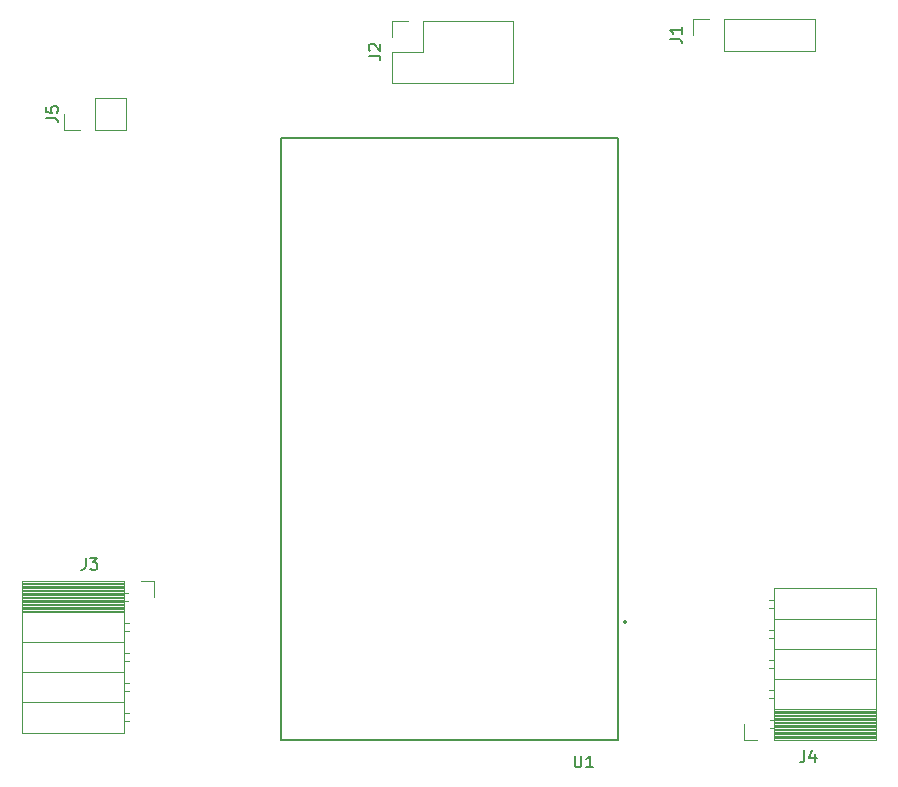
<source format=gbr>
%TF.GenerationSoftware,KiCad,Pcbnew,8.0.5*%
%TF.CreationDate,2024-09-12T11:41:08-05:00*%
%TF.ProjectId,control,636f6e74-726f-46c2-9e6b-696361645f70,rev?*%
%TF.SameCoordinates,Original*%
%TF.FileFunction,Legend,Top*%
%TF.FilePolarity,Positive*%
%FSLAX46Y46*%
G04 Gerber Fmt 4.6, Leading zero omitted, Abs format (unit mm)*
G04 Created by KiCad (PCBNEW 8.0.5) date 2024-09-12 11:41:08*
%MOMM*%
%LPD*%
G01*
G04 APERTURE LIST*
%ADD10C,0.150000*%
%ADD11C,0.120000*%
%ADD12C,0.127000*%
%ADD13C,0.200000*%
G04 APERTURE END LIST*
D10*
X88186666Y-101084819D02*
X88186666Y-101799104D01*
X88186666Y-101799104D02*
X88139047Y-101941961D01*
X88139047Y-101941961D02*
X88043809Y-102037200D01*
X88043809Y-102037200D02*
X87900952Y-102084819D01*
X87900952Y-102084819D02*
X87805714Y-102084819D01*
X88567619Y-101084819D02*
X89186666Y-101084819D01*
X89186666Y-101084819D02*
X88853333Y-101465771D01*
X88853333Y-101465771D02*
X88996190Y-101465771D01*
X88996190Y-101465771D02*
X89091428Y-101513390D01*
X89091428Y-101513390D02*
X89139047Y-101561009D01*
X89139047Y-101561009D02*
X89186666Y-101656247D01*
X89186666Y-101656247D02*
X89186666Y-101894342D01*
X89186666Y-101894342D02*
X89139047Y-101989580D01*
X89139047Y-101989580D02*
X89091428Y-102037200D01*
X89091428Y-102037200D02*
X88996190Y-102084819D01*
X88996190Y-102084819D02*
X88710476Y-102084819D01*
X88710476Y-102084819D02*
X88615238Y-102037200D01*
X88615238Y-102037200D02*
X88567619Y-101989580D01*
X149046666Y-117384819D02*
X149046666Y-118099104D01*
X149046666Y-118099104D02*
X148999047Y-118241961D01*
X148999047Y-118241961D02*
X148903809Y-118337200D01*
X148903809Y-118337200D02*
X148760952Y-118384819D01*
X148760952Y-118384819D02*
X148665714Y-118384819D01*
X149951428Y-117718152D02*
X149951428Y-118384819D01*
X149713333Y-117337200D02*
X149475238Y-118051485D01*
X149475238Y-118051485D02*
X150094285Y-118051485D01*
X129593095Y-117814819D02*
X129593095Y-118624342D01*
X129593095Y-118624342D02*
X129640714Y-118719580D01*
X129640714Y-118719580D02*
X129688333Y-118767200D01*
X129688333Y-118767200D02*
X129783571Y-118814819D01*
X129783571Y-118814819D02*
X129974047Y-118814819D01*
X129974047Y-118814819D02*
X130069285Y-118767200D01*
X130069285Y-118767200D02*
X130116904Y-118719580D01*
X130116904Y-118719580D02*
X130164523Y-118624342D01*
X130164523Y-118624342D02*
X130164523Y-117814819D01*
X131164523Y-118814819D02*
X130593095Y-118814819D01*
X130878809Y-118814819D02*
X130878809Y-117814819D01*
X130878809Y-117814819D02*
X130783571Y-117957676D01*
X130783571Y-117957676D02*
X130688333Y-118052914D01*
X130688333Y-118052914D02*
X130593095Y-118100533D01*
X112144819Y-58563333D02*
X112859104Y-58563333D01*
X112859104Y-58563333D02*
X113001961Y-58610952D01*
X113001961Y-58610952D02*
X113097200Y-58706190D01*
X113097200Y-58706190D02*
X113144819Y-58849047D01*
X113144819Y-58849047D02*
X113144819Y-58944285D01*
X112240057Y-58134761D02*
X112192438Y-58087142D01*
X112192438Y-58087142D02*
X112144819Y-57991904D01*
X112144819Y-57991904D02*
X112144819Y-57753809D01*
X112144819Y-57753809D02*
X112192438Y-57658571D01*
X112192438Y-57658571D02*
X112240057Y-57610952D01*
X112240057Y-57610952D02*
X112335295Y-57563333D01*
X112335295Y-57563333D02*
X112430533Y-57563333D01*
X112430533Y-57563333D02*
X112573390Y-57610952D01*
X112573390Y-57610952D02*
X113144819Y-58182380D01*
X113144819Y-58182380D02*
X113144819Y-57563333D01*
X84849819Y-63833333D02*
X85564104Y-63833333D01*
X85564104Y-63833333D02*
X85706961Y-63880952D01*
X85706961Y-63880952D02*
X85802200Y-63976190D01*
X85802200Y-63976190D02*
X85849819Y-64119047D01*
X85849819Y-64119047D02*
X85849819Y-64214285D01*
X84849819Y-62880952D02*
X84849819Y-63357142D01*
X84849819Y-63357142D02*
X85326009Y-63404761D01*
X85326009Y-63404761D02*
X85278390Y-63357142D01*
X85278390Y-63357142D02*
X85230771Y-63261904D01*
X85230771Y-63261904D02*
X85230771Y-63023809D01*
X85230771Y-63023809D02*
X85278390Y-62928571D01*
X85278390Y-62928571D02*
X85326009Y-62880952D01*
X85326009Y-62880952D02*
X85421247Y-62833333D01*
X85421247Y-62833333D02*
X85659342Y-62833333D01*
X85659342Y-62833333D02*
X85754580Y-62880952D01*
X85754580Y-62880952D02*
X85802200Y-62928571D01*
X85802200Y-62928571D02*
X85849819Y-63023809D01*
X85849819Y-63023809D02*
X85849819Y-63261904D01*
X85849819Y-63261904D02*
X85802200Y-63357142D01*
X85802200Y-63357142D02*
X85754580Y-63404761D01*
X137664819Y-57133333D02*
X138379104Y-57133333D01*
X138379104Y-57133333D02*
X138521961Y-57180952D01*
X138521961Y-57180952D02*
X138617200Y-57276190D01*
X138617200Y-57276190D02*
X138664819Y-57419047D01*
X138664819Y-57419047D02*
X138664819Y-57514285D01*
X138664819Y-56133333D02*
X138664819Y-56704761D01*
X138664819Y-56419047D02*
X137664819Y-56419047D01*
X137664819Y-56419047D02*
X137807676Y-56514285D01*
X137807676Y-56514285D02*
X137902914Y-56609523D01*
X137902914Y-56609523D02*
X137950533Y-56704761D01*
D11*
%TO.C,J3*%
X82810000Y-103070000D02*
X82810000Y-115890000D01*
X82810000Y-103070000D02*
X91440000Y-103070000D01*
X82810000Y-103190000D02*
X91440000Y-103190000D01*
X82810000Y-103308095D02*
X91440000Y-103308095D01*
X82810000Y-103426190D02*
X91440000Y-103426190D01*
X82810000Y-103544285D02*
X91440000Y-103544285D01*
X82810000Y-103662380D02*
X91440000Y-103662380D01*
X82810000Y-103780475D02*
X91440000Y-103780475D01*
X82810000Y-103898570D02*
X91440000Y-103898570D01*
X82810000Y-104016665D02*
X91440000Y-104016665D01*
X82810000Y-104134760D02*
X91440000Y-104134760D01*
X82810000Y-104252855D02*
X91440000Y-104252855D01*
X82810000Y-104370950D02*
X91440000Y-104370950D01*
X82810000Y-104489045D02*
X91440000Y-104489045D01*
X82810000Y-104607140D02*
X91440000Y-104607140D01*
X82810000Y-104725235D02*
X91440000Y-104725235D01*
X82810000Y-104843330D02*
X91440000Y-104843330D01*
X82810000Y-104961425D02*
X91440000Y-104961425D01*
X82810000Y-105079520D02*
X91440000Y-105079520D01*
X82810000Y-105197615D02*
X91440000Y-105197615D01*
X82810000Y-105315710D02*
X91440000Y-105315710D01*
X82810000Y-105433805D02*
X91440000Y-105433805D01*
X82810000Y-105551900D02*
X91440000Y-105551900D01*
X82810000Y-105670000D02*
X91440000Y-105670000D01*
X82810000Y-108210000D02*
X91440000Y-108210000D01*
X82810000Y-110750000D02*
X91440000Y-110750000D01*
X82810000Y-113290000D02*
X91440000Y-113290000D01*
X82810000Y-115890000D02*
X91440000Y-115890000D01*
X91440000Y-103070000D02*
X91440000Y-115890000D01*
X91440000Y-104040000D02*
X91790000Y-104040000D01*
X91440000Y-104760000D02*
X91790000Y-104760000D01*
X91440000Y-106580000D02*
X91850000Y-106580000D01*
X91440000Y-107300000D02*
X91850000Y-107300000D01*
X91440000Y-109120000D02*
X91850000Y-109120000D01*
X91440000Y-109840000D02*
X91850000Y-109840000D01*
X91440000Y-111660000D02*
X91850000Y-111660000D01*
X91440000Y-112380000D02*
X91850000Y-112380000D01*
X91440000Y-114200000D02*
X91850000Y-114200000D01*
X91440000Y-114920000D02*
X91850000Y-114920000D01*
X92900000Y-103070000D02*
X94010000Y-103070000D01*
X94010000Y-103070000D02*
X94010000Y-104400000D01*
%TO.C,J4*%
X143890000Y-116490000D02*
X143890000Y-115160000D01*
X145000000Y-116490000D02*
X143890000Y-116490000D01*
X146460000Y-104640000D02*
X146050000Y-104640000D01*
X146460000Y-105360000D02*
X146050000Y-105360000D01*
X146460000Y-107180000D02*
X146050000Y-107180000D01*
X146460000Y-107900000D02*
X146050000Y-107900000D01*
X146460000Y-109720000D02*
X146050000Y-109720000D01*
X146460000Y-110440000D02*
X146050000Y-110440000D01*
X146460000Y-112260000D02*
X146050000Y-112260000D01*
X146460000Y-112980000D02*
X146050000Y-112980000D01*
X146460000Y-114800000D02*
X146110000Y-114800000D01*
X146460000Y-115520000D02*
X146110000Y-115520000D01*
X146460000Y-116490000D02*
X146460000Y-103670000D01*
X155090000Y-103670000D02*
X146460000Y-103670000D01*
X155090000Y-106270000D02*
X146460000Y-106270000D01*
X155090000Y-108810000D02*
X146460000Y-108810000D01*
X155090000Y-111350000D02*
X146460000Y-111350000D01*
X155090000Y-113890000D02*
X146460000Y-113890000D01*
X155090000Y-114008100D02*
X146460000Y-114008100D01*
X155090000Y-114126195D02*
X146460000Y-114126195D01*
X155090000Y-114244290D02*
X146460000Y-114244290D01*
X155090000Y-114362385D02*
X146460000Y-114362385D01*
X155090000Y-114480480D02*
X146460000Y-114480480D01*
X155090000Y-114598575D02*
X146460000Y-114598575D01*
X155090000Y-114716670D02*
X146460000Y-114716670D01*
X155090000Y-114834765D02*
X146460000Y-114834765D01*
X155090000Y-114952860D02*
X146460000Y-114952860D01*
X155090000Y-115070955D02*
X146460000Y-115070955D01*
X155090000Y-115189050D02*
X146460000Y-115189050D01*
X155090000Y-115307145D02*
X146460000Y-115307145D01*
X155090000Y-115425240D02*
X146460000Y-115425240D01*
X155090000Y-115543335D02*
X146460000Y-115543335D01*
X155090000Y-115661430D02*
X146460000Y-115661430D01*
X155090000Y-115779525D02*
X146460000Y-115779525D01*
X155090000Y-115897620D02*
X146460000Y-115897620D01*
X155090000Y-116015715D02*
X146460000Y-116015715D01*
X155090000Y-116133810D02*
X146460000Y-116133810D01*
X155090000Y-116251905D02*
X146460000Y-116251905D01*
X155090000Y-116370000D02*
X146460000Y-116370000D01*
X155090000Y-116490000D02*
X146460000Y-116490000D01*
X155090000Y-116490000D02*
X155090000Y-103670000D01*
D12*
%TO.C,U1*%
X104770000Y-65525000D02*
X133280000Y-65525000D01*
X104770000Y-116475000D02*
X104770000Y-65525000D01*
X104770000Y-116475000D02*
X104770000Y-65525000D01*
X110220000Y-65525000D02*
X104770000Y-65525000D01*
X115500000Y-116475000D02*
X104770000Y-116475000D01*
X122211000Y-116475000D02*
X115500000Y-116475000D01*
X127910000Y-65525000D02*
X110220000Y-65525000D01*
X133280000Y-65525000D02*
X127910000Y-65525000D01*
X133280000Y-65525000D02*
X133280000Y-116475000D01*
X133280000Y-65525000D02*
X133280000Y-116475000D01*
X133280000Y-116475000D02*
X104770000Y-116475000D01*
X133280000Y-116475000D02*
X122211000Y-116475000D01*
D13*
X133950000Y-106515000D02*
G75*
G02*
X133750000Y-106515000I-100000J0D01*
G01*
X133750000Y-106515000D02*
G75*
G02*
X133950000Y-106515000I100000J0D01*
G01*
D11*
%TO.C,J2*%
X114130000Y-55630000D02*
X115460000Y-55630000D01*
X114130000Y-56960000D02*
X114130000Y-55630000D01*
X114130000Y-58230000D02*
X116730000Y-58230000D01*
X114130000Y-60830000D02*
X114130000Y-58230000D01*
X114130000Y-60830000D02*
X124410000Y-60830000D01*
X116730000Y-55630000D02*
X124410000Y-55630000D01*
X116730000Y-58230000D02*
X116730000Y-55630000D01*
X124410000Y-60830000D02*
X124410000Y-55630000D01*
%TO.C,J5*%
X86395000Y-64830000D02*
X86395000Y-63500000D01*
X87725000Y-64830000D02*
X86395000Y-64830000D01*
X88995000Y-62170000D02*
X91595000Y-62170000D01*
X88995000Y-64830000D02*
X88995000Y-62170000D01*
X88995000Y-64830000D02*
X91595000Y-64830000D01*
X91595000Y-64830000D02*
X91595000Y-62170000D01*
%TO.C,J1*%
X139650000Y-55470000D02*
X140980000Y-55470000D01*
X139650000Y-56800000D02*
X139650000Y-55470000D01*
X142250000Y-55470000D02*
X149930000Y-55470000D01*
X142250000Y-58130000D02*
X142250000Y-55470000D01*
X142250000Y-58130000D02*
X149930000Y-58130000D01*
X149930000Y-58130000D02*
X149930000Y-55470000D01*
%TD*%
M02*

</source>
